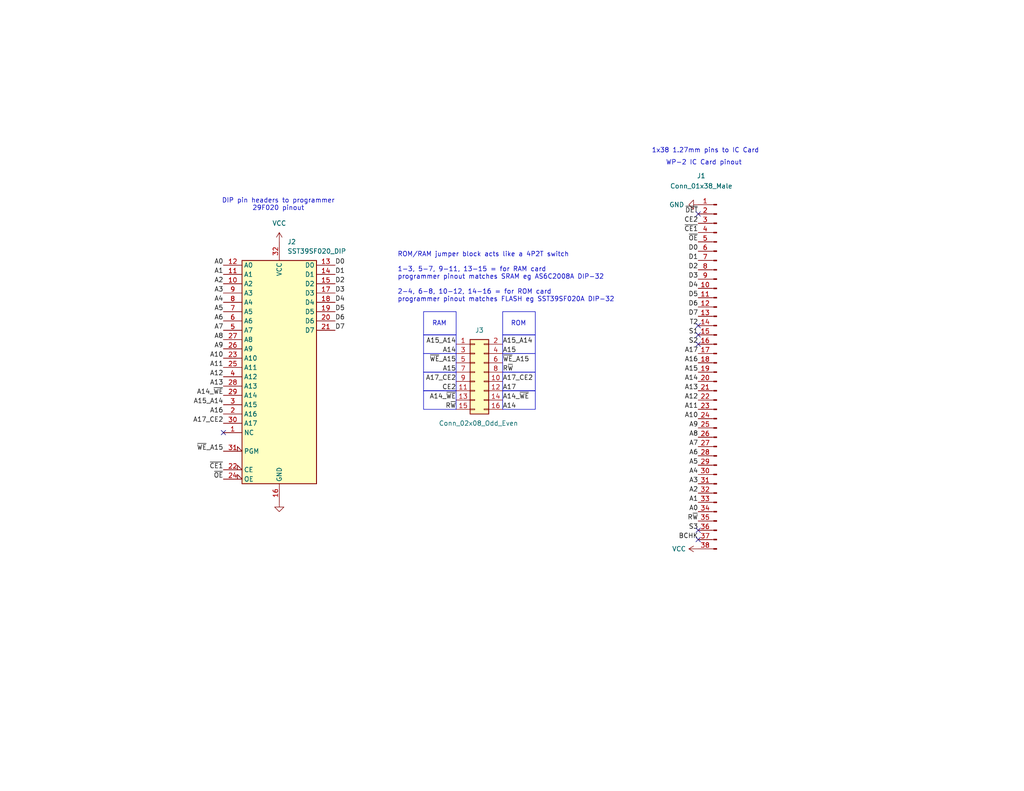
<source format=kicad_sch>
(kicad_sch (version 20231120) (generator "eeschema") (generator_version "8.0")
  (paper "USLetter")
  (title_block (title "TANDY WP-2 IC Card Programming Adapter") (date "2022-11-29") (rev "005") (company "Brian K. White - b.kenyon.w@gmail.com"))
  (lib_symbols
    (symbol "000_LOCAL:Conn_01x38_Male" (pin_names (offset 1.016) hide)
      (property "Reference" "J" (at 0 48.26 0))
      (property "Value" "Conn_01x38_Male" (at 0 -50.8 0))
      (symbol "Conn_01x38_Male_1_1"
        (polyline (pts (xy 1.27 -48.26) (xy 0.8636 -48.26)) (stroke (width 0.1524)))
        (polyline (pts (xy 1.27 -45.72) (xy 0.8636 -45.72)) (stroke (width 0.1524)))
        (polyline (pts (xy 1.27 -43.18) (xy 0.8636 -43.18)) (stroke (width 0.1524)))
        (polyline (pts (xy 1.27 -40.64) (xy 0.8636 -40.64)) (stroke (width 0.1524)))
        (polyline (pts (xy 1.27 -38.1) (xy 0.8636 -38.1)) (stroke (width 0.1524)))
        (polyline (pts (xy 1.27 -35.56) (xy 0.8636 -35.56)) (stroke (width 0.1524)))
        (polyline (pts (xy 1.27 -33.02) (xy 0.8636 -33.02)) (stroke (width 0.1524)))
        (polyline (pts (xy 1.27 -30.48) (xy 0.8636 -30.48)) (stroke (width 0.1524)))
        (polyline (pts (xy 1.27 -27.94) (xy 0.8636 -27.94)) (stroke (width 0.1524)))
        (polyline (pts (xy 1.27 -25.4) (xy 0.8636 -25.4)) (stroke (width 0.1524)))
        (polyline (pts (xy 1.27 -22.86) (xy 0.8636 -22.86)) (stroke (width 0.1524)))
        (polyline (pts (xy 1.27 -20.32) (xy 0.8636 -20.32)) (stroke (width 0.1524)))
        (polyline (pts (xy 1.27 -17.78) (xy 0.8636 -17.78)) (stroke (width 0.1524)))
        (polyline (pts (xy 1.27 -15.24) (xy 0.8636 -15.24)) (stroke (width 0.1524)))
        (polyline (pts (xy 1.27 -12.7) (xy 0.8636 -12.7)) (stroke (width 0.1524)))
        (polyline (pts (xy 1.27 -10.16) (xy 0.8636 -10.16)) (stroke (width 0.1524)))
        (polyline (pts (xy 1.27 -7.62) (xy 0.8636 -7.62)) (stroke (width 0.1524)))
        (polyline (pts (xy 1.27 -5.08) (xy 0.8636 -5.08)) (stroke (width 0.1524)))
        (polyline (pts (xy 1.27 -2.54) (xy 0.8636 -2.54)) (stroke (width 0.1524)))
        (polyline (pts (xy 1.27 0) (xy 0.8636 0)) (stroke (width 0.1524)))
        (polyline (pts (xy 1.27 2.54) (xy 0.8636 2.54)) (stroke (width 0.1524)))
        (polyline (pts (xy 1.27 5.08) (xy 0.8636 5.08)) (stroke (width 0.1524)))
        (polyline (pts (xy 1.27 7.62) (xy 0.8636 7.62)) (stroke (width 0.1524)))
        (polyline (pts (xy 1.27 10.16) (xy 0.8636 10.16)) (stroke (width 0.1524)))
        (polyline (pts (xy 1.27 12.7) (xy 0.8636 12.7)) (stroke (width 0.1524)))
        (polyline (pts (xy 1.27 15.24) (xy 0.8636 15.24)) (stroke (width 0.1524)))
        (polyline (pts (xy 1.27 17.78) (xy 0.8636 17.78)) (stroke (width 0.1524)))
        (polyline (pts (xy 1.27 20.32) (xy 0.8636 20.32)) (stroke (width 0.1524)))
        (polyline (pts (xy 1.27 22.86) (xy 0.8636 22.86)) (stroke (width 0.1524)))
        (polyline (pts (xy 1.27 25.4) (xy 0.8636 25.4)) (stroke (width 0.1524)))
        (polyline (pts (xy 1.27 27.94) (xy 0.8636 27.94)) (stroke (width 0.1524)))
        (polyline (pts (xy 1.27 30.48) (xy 0.8636 30.48)) (stroke (width 0.1524)))
        (polyline (pts (xy 1.27 33.02) (xy 0.8636 33.02)) (stroke (width 0.1524)))
        (polyline (pts (xy 1.27 35.56) (xy 0.8636 35.56)) (stroke (width 0.1524)))
        (polyline (pts (xy 1.27 38.1) (xy 0.8636 38.1)) (stroke (width 0.1524)))
        (polyline (pts (xy 1.27 40.64) (xy 0.8636 40.64)) (stroke (width 0.1524)))
        (polyline (pts (xy 1.27 43.18) (xy 0.8636 43.18)) (stroke (width 0.1524)))
        (polyline (pts (xy 1.27 45.72) (xy 0.8636 45.72)) (stroke (width 0.1524)))
        (rectangle (start 0.8636 -48.133) (end 0 -48.387) (stroke (width 0.1524)) (fill (type outline)))
        (rectangle (start 0.8636 -45.593) (end 0 -45.847) (stroke (width 0.1524)) (fill (type outline)))
        (rectangle (start 0.8636 -43.053) (end 0 -43.307) (stroke (width 0.1524)) (fill (type outline)))
        (rectangle (start 0.8636 -40.513) (end 0 -40.767) (stroke (width 0.1524)) (fill (type outline)))
        (rectangle (start 0.8636 -37.973) (end 0 -38.227) (stroke (width 0.1524)) (fill (type outline)))
        (rectangle (start 0.8636 -35.433) (end 0 -35.687) (stroke (width 0.1524)) (fill (type outline)))
        (rectangle (start 0.8636 -32.893) (end 0 -33.147) (stroke (width 0.1524)) (fill (type outline)))
        (rectangle (start 0.8636 -30.353) (end 0 -30.607) (stroke (width 0.1524)) (fill (type outline)))
        (rectangle (start 0.8636 -27.813) (end 0 -28.067) (stroke (width 0.1524)) (fill (type outline)))
        (rectangle (start 0.8636 -25.273) (end 0 -25.527) (stroke (width 0.1524)) (fill (type outline)))
        (rectangle (start 0.8636 -22.733) (end 0 -22.987) (stroke (width 0.1524)) (fill (type outline)))
        (rectangle (start 0.8636 -20.193) (end 0 -20.447) (stroke (width 0.1524)) (fill (type outline)))
        (rectangle (start 0.8636 -17.653) (end 0 -17.907) (stroke (width 0.1524)) (fill (type outline)))
        (rectangle (start 0.8636 -15.113) (end 0 -15.367) (stroke (width 0.1524)) (fill (type outline)))
        (rectangle (start 0.8636 -12.573) (end 0 -12.827) (stroke (width 0.1524)) (fill (type outline)))
        (rectangle (start 0.8636 -10.033) (end 0 -10.287) (stroke (width 0.1524)) (fill (type outline)))
        (rectangle (start 0.8636 -7.493) (end 0 -7.747) (stroke (width 0.1524)) (fill (type outline)))
        (rectangle (start 0.8636 -4.953) (end 0 -5.207) (stroke (width 0.1524)) (fill (type outline)))
        (rectangle (start 0.8636 -2.413) (end 0 -2.667) (stroke (width 0.1524)) (fill (type outline)))
        (rectangle (start 0.8636 0.127) (end 0 -0.127) (stroke (width 0.1524)) (fill (type outline)))
        (rectangle (start 0.8636 2.667) (end 0 2.413) (stroke (width 0.1524)) (fill (type outline)))
        (rectangle (start 0.8636 5.207) (end 0 4.953) (stroke (width 0.1524)) (fill (type outline)))
        (rectangle (start 0.8636 7.747) (end 0 7.493) (stroke (width 0.1524)) (fill (type outline)))
        (rectangle (start 0.8636 10.287) (end 0 10.033) (stroke (width 0.1524)) (fill (type outline)))
        (rectangle (start 0.8636 12.827) (end 0 12.573) (stroke (width 0.1524)) (fill (type outline)))
        (rectangle (start 0.8636 15.367) (end 0 15.113) (stroke (width 0.1524)) (fill (type outline)))
        (rectangle (start 0.8636 17.907) (end 0 17.653) (stroke (width 0.1524)) (fill (type outline)))
        (rectangle (start 0.8636 20.447) (end 0 20.193) (stroke (width 0.1524)) (fill (type outline)))
        (rectangle (start 0.8636 22.987) (end 0 22.733) (stroke (width 0.1524)) (fill (type outline)))
        (rectangle (start 0.8636 25.527) (end 0 25.273) (stroke (width 0.1524)) (fill (type outline)))
        (rectangle (start 0.8636 28.067) (end 0 27.813) (stroke (width 0.1524)) (fill (type outline)))
        (rectangle (start 0.8636 30.607) (end 0 30.353) (stroke (width 0.1524)) (fill (type outline)))
        (rectangle (start 0.8636 33.147) (end 0 32.893) (stroke (width 0.1524)) (fill (type outline)))
        (rectangle (start 0.8636 35.687) (end 0 35.433) (stroke (width 0.1524)) (fill (type outline)))
        (rectangle (start 0.8636 38.227) (end 0 37.973) (stroke (width 0.1524)) (fill (type outline)))
        (rectangle (start 0.8636 40.767) (end 0 40.513) (stroke (width 0.1524)) (fill (type outline)))
        (rectangle (start 0.8636 43.307) (end 0 43.053) (stroke (width 0.1524)) (fill (type outline)))
        (rectangle (start 0.8636 45.847) (end 0 45.593) (stroke (width 0.1524)) (fill (type outline)))
        (pin passive line (at 5.08 45.72 180) (length 3.81) (name "Pin_1") (number "1"))
        (pin passive line (at 5.08 22.86 180) (length 3.81) (name "Pin_10") (number "10"))
        (pin passive line (at 5.08 20.32 180) (length 3.81) (name "Pin_11") (number "11"))
        (pin passive line (at 5.08 17.78 180) (length 3.81) (name "Pin_12") (number "12"))
        (pin passive line (at 5.08 15.24 180) (length 3.81) (name "Pin_13") (number "13"))
        (pin passive line (at 5.08 12.7 180) (length 3.81) (name "Pin_14") (number "14"))
        (pin passive line (at 5.08 10.16 180) (length 3.81) (name "Pin_15") (number "15"))
        (pin passive line (at 5.08 7.62 180) (length 3.81) (name "Pin_16") (number "16"))
        (pin passive line (at 5.08 5.08 180) (length 3.81) (name "Pin_17") (number "17"))
        (pin passive line (at 5.08 2.54 180) (length 3.81) (name "Pin_18") (number "18"))
        (pin passive line (at 5.08 0 180) (length 3.81) (name "Pin_19") (number "19"))
        (pin passive line (at 5.08 43.18 180) (length 3.81) (name "Pin_2") (number "2"))
        (pin passive line (at 5.08 -2.54 180) (length 3.81) (name "Pin_20") (number "20"))
        (pin passive line (at 5.08 -5.08 180) (length 3.81) (name "Pin_21") (number "21"))
        (pin passive line (at 5.08 -7.62 180) (length 3.81) (name "Pin_22") (number "22"))
        (pin passive line (at 5.08 -10.16 180) (length 3.81) (name "Pin_23") (number "23"))
        (pin passive line (at 5.08 -12.7 180) (length 3.81) (name "Pin_24") (number "24"))
        (pin passive line (at 5.08 -15.24 180) (length 3.81) (name "Pin_25") (number "25"))
        (pin passive line (at 5.08 -17.78 180) (length 3.81) (name "Pin_26") (number "26"))
        (pin passive line (at 5.08 -20.32 180) (length 3.81) (name "Pin_27") (number "27"))
        (pin passive line (at 5.08 -22.86 180) (length 3.81) (name "Pin_28") (number "28"))
        (pin passive line (at 5.08 -25.4 180) (length 3.81) (name "Pin_29") (number "29"))
        (pin passive line (at 5.08 40.64 180) (length 3.81) (name "Pin_3") (number "3"))
        (pin passive line (at 5.08 -27.94 180) (length 3.81) (name "Pin_30") (number "30"))
        (pin passive line (at 5.08 -30.48 180) (length 3.81) (name "Pin_31") (number "31"))
        (pin passive line (at 5.08 -33.02 180) (length 3.81) (name "Pin_32") (number "32"))
        (pin passive line (at 5.08 -35.56 180) (length 3.81) (name "Pin_33") (number "33"))
        (pin passive line (at 5.08 -38.1 180) (length 3.81) (name "Pin_34") (number "34"))
        (pin passive line (at 5.08 -40.64 180) (length 3.81) (name "Pin_35") (number "35"))
        (pin passive line (at 5.08 -43.18 180) (length 3.81) (name "Pin_36") (number "36"))
        (pin passive line (at 5.08 -45.72 180) (length 3.81) (name "Pin_37") (number "37"))
        (pin passive line (at 5.08 -48.26 180) (length 3.81) (name "Pin_38") (number "38"))
        (pin passive line (at 5.08 38.1 180) (length 3.81) (name "Pin_4") (number "4"))
        (pin passive line (at 5.08 35.56 180) (length 3.81) (name "Pin_5") (number "5"))
        (pin passive line (at 5.08 33.02 180) (length 3.81) (name "Pin_6") (number "6"))
        (pin passive line (at 5.08 30.48 180) (length 3.81) (name "Pin_7") (number "7"))
        (pin passive line (at 5.08 27.94 180) (length 3.81) (name "Pin_8") (number "8"))
        (pin passive line (at 5.08 25.4 180) (length 3.81) (name "Pin_9") (number "9"))
      )
    )
    (symbol "000_LOCAL:Conn_02x08_Odd_Even" (pin_names (offset 1.016) hide)
      (property "Reference" "J" (at 1.27 10.16 0))
      (property "Value" "Conn_02x08_Odd_Even" (at 1.27 -12.7 0))
      (symbol "Conn_02x08_Odd_Even_1_1"
        (rectangle (start -1.27 -10.033) (end 0 -10.287) (stroke (width 0.1524)))
        (rectangle (start -1.27 -7.493) (end 0 -7.747) (stroke (width 0.1524)))
        (rectangle (start -1.27 -4.953) (end 0 -5.207) (stroke (width 0.1524)))
        (rectangle (start -1.27 -2.413) (end 0 -2.667) (stroke (width 0.1524)))
        (rectangle (start -1.27 0.127) (end 0 -0.127) (stroke (width 0.1524)))
        (rectangle (start -1.27 2.667) (end 0 2.413) (stroke (width 0.1524)))
        (rectangle (start -1.27 5.207) (end 0 4.953) (stroke (width 0.1524)))
        (rectangle (start -1.27 7.747) (end 0 7.493) (stroke (width 0.1524)))
        (rectangle (start -1.27 8.89) (end 3.81 -11.43) (stroke (width 0.254)) (fill (type background)))
        (rectangle (start 3.81 -10.033) (end 2.54 -10.287) (stroke (width 0.1524)))
        (rectangle (start 3.81 -7.493) (end 2.54 -7.747) (stroke (width 0.1524)))
        (rectangle (start 3.81 -4.953) (end 2.54 -5.207) (stroke (width 0.1524)))
        (rectangle (start 3.81 -2.413) (end 2.54 -2.667) (stroke (width 0.1524)))
        (rectangle (start 3.81 0.127) (end 2.54 -0.127) (stroke (width 0.1524)))
        (rectangle (start 3.81 2.667) (end 2.54 2.413) (stroke (width 0.1524)))
        (rectangle (start 3.81 5.207) (end 2.54 4.953) (stroke (width 0.1524)))
        (rectangle (start 3.81 7.747) (end 2.54 7.493) (stroke (width 0.1524)))
        (pin passive line (at -5.08 7.62 0) (length 3.81) (name "Pin_1") (number "1"))
        (pin passive line (at 7.62 -2.54 180) (length 3.81) (name "Pin_10") (number "10"))
        (pin passive line (at -5.08 -5.08 0) (length 3.81) (name "Pin_11") (number "11"))
        (pin passive line (at 7.62 -5.08 180) (length 3.81) (name "Pin_12") (number "12"))
        (pin passive line (at -5.08 -7.62 0) (length 3.81) (name "Pin_13") (number "13"))
        (pin passive line (at 7.62 -7.62 180) (length 3.81) (name "Pin_14") (number "14"))
        (pin passive line (at -5.08 -10.16 0) (length 3.81) (name "Pin_15") (number "15"))
        (pin passive line (at 7.62 -10.16 180) (length 3.81) (name "Pin_16") (number "16"))
        (pin passive line (at 7.62 7.62 180) (length 3.81) (name "Pin_2") (number "2"))
        (pin passive line (at -5.08 5.08 0) (length 3.81) (name "Pin_3") (number "3"))
        (pin passive line (at 7.62 5.08 180) (length 3.81) (name "Pin_4") (number "4"))
        (pin passive line (at -5.08 2.54 0) (length 3.81) (name "Pin_5") (number "5"))
        (pin passive line (at 7.62 2.54 180) (length 3.81) (name "Pin_6") (number "6"))
        (pin passive line (at -5.08 0 0) (length 3.81) (name "Pin_7") (number "7"))
        (pin passive line (at 7.62 0 180) (length 3.81) (name "Pin_8") (number "8"))
        (pin passive line (at -5.08 -2.54 0) (length 3.81) (name "Pin_9") (number "9"))
      )
    )
    (symbol "000_LOCAL:GND" (power) (pin_names (offset 0))
      (property "Value" "GND" (at 0 -3.81 0))
      (symbol "GND_0_1"
        (polyline (pts (xy 0 0) (xy 0 -1.27) (xy 1.27 -1.27) (xy 0 -2.54) (xy -1.27 -1.27) (xy 0 -1.27)))
      )
      (symbol "GND_1_1"
        (pin power_in line (at 0 0 270) (length 0) hide (name "GND") (number "1"))
      )
    )
    (symbol "000_LOCAL:SST39SF020_DIP"
      (property "Reference" "U" (at 2.54 33.02 0))
      (property "Value" "SST39SF020_DIP" (at 0 -30.48 0))
      (symbol "SST39SF020_DIP_0_0"
        (pin power_in line (at 0 -34.29 90) (length 5.08) (name "GND") (number "16"))
        (pin power_in line (at 0 36.83 270) (length 5.08) (name "VCC") (number "32"))
      )
      (symbol "SST39SF020_DIP_0_1"
        (rectangle (start -10.16 31.75) (end 10.16 -29.21) (stroke (width 0.254)) (fill (type background)))
      )
      (symbol "SST39SF020_DIP_1_1"
        (pin input line (at -15.24 -15.24 0) (length 5.08) (name "NC") (number "1"))
        (pin input line (at -15.24 25.4 0) (length 5.08) (name "A2") (number "10"))
        (pin input line (at -15.24 27.94 0) (length 5.08) (name "A1") (number "11"))
        (pin input line (at -15.24 30.48 0) (length 5.08) (name "A0") (number "12"))
        (pin tri_state line (at 15.24 30.48 180) (length 5.08) (name "D0") (number "13"))
        (pin tri_state line (at 15.24 27.94 180) (length 5.08) (name "D1") (number "14"))
        (pin tri_state line (at 15.24 25.4 180) (length 5.08) (name "D2") (number "15"))
        (pin tri_state line (at 15.24 22.86 180) (length 5.08) (name "D3") (number "17"))
        (pin tri_state line (at 15.24 20.32 180) (length 5.08) (name "D4") (number "18"))
        (pin tri_state line (at 15.24 17.78 180) (length 5.08) (name "D5") (number "19"))
        (pin input line (at -15.24 -10.16 0) (length 5.08) (name "A16") (number "2"))
        (pin tri_state line (at 15.24 15.24 180) (length 5.08) (name "D6") (number "20"))
        (pin tri_state line (at 15.24 12.7 180) (length 5.08) (name "D7") (number "21"))
        (pin input input_low (at -15.24 -25.4 0) (length 5.08) (name "CE") (number "22"))
        (pin input line (at -15.24 5.08 0) (length 5.08) (name "A10") (number "23"))
        (pin input input_low (at -15.24 -27.94 0) (length 5.08) (name "OE") (number "24"))
        (pin input line (at -15.24 2.54 0) (length 5.08) (name "A11") (number "25"))
        (pin input line (at -15.24 7.62 0) (length 5.08) (name "A9") (number "26"))
        (pin input line (at -15.24 10.16 0) (length 5.08) (name "A8") (number "27"))
        (pin input line (at -15.24 -2.54 0) (length 5.08) (name "A13") (number "28"))
        (pin input line (at -15.24 -5.08 0) (length 5.08) (name "A14") (number "29"))
        (pin input line (at -15.24 -7.62 0) (length 5.08) (name "A15") (number "3"))
        (pin input line (at -15.24 -12.7 0) (length 5.08) (name "A17") (number "30"))
        (pin input input_low (at -15.24 -20.32 0) (length 5.08) (name "PGM") (number "31"))
        (pin input line (at -15.24 0 0) (length 5.08) (name "A12") (number "4"))
        (pin input line (at -15.24 12.7 0) (length 5.08) (name "A7") (number "5"))
        (pin input line (at -15.24 15.24 0) (length 5.08) (name "A6") (number "6"))
        (pin input line (at -15.24 17.78 0) (length 5.08) (name "A5") (number "7"))
        (pin input line (at -15.24 20.32 0) (length 5.08) (name "A4") (number "8"))
        (pin input line (at -15.24 22.86 0) (length 5.08) (name "A3") (number "9"))
      )
    )
    (symbol "000_LOCAL:VCC" (power) (pin_names (offset 0))
      (property "Value" "VCC" (at 0 3.81 0))
      (symbol "VCC_0_1"
        (polyline (pts (xy -0.762 1.27) (xy 0 2.54)))
        (polyline (pts (xy 0 0) (xy 0 2.54)))
        (polyline (pts (xy 0 2.54) (xy 0.762 1.27)))
      )
      (symbol "VCC_1_1"
        (pin power_in line (at 0 0 90) (length 0) hide (name "VCC") (number "1"))
      )
    )
    (symbol "power:GND" (power) (pin_names (offset 0))
      (property "Value" "GND" (at 0 -3.81 0))
      (symbol "GND_0_1"
        (polyline (pts (xy 0 0) (xy 0 -1.27) (xy 1.27 -1.27) (xy 0 -2.54) (xy -1.27 -1.27) (xy 0 -1.27)))
      )
      (symbol "GND_1_1"
        (pin power_in line (at 0 0 270) (length 0) hide (name "GND") (number "1"))
      )
    )
  )
  (no_connect (at 190.5 144.78))
  (no_connect (at 60.96 118.11))
  (no_connect (at 190.5 88.9))
  (no_connect (at 190.5 147.32))
  (no_connect (at 190.5 93.98))
  (no_connect (at 190.5 58.42))
  (no_connect (at 190.5 91.44))
  (rectangle (start 137.16 101.6) (end 146.05 106.68))
  (rectangle (start 115.57 101.6) (end 124.46 106.68))
  (rectangle (start 115.57 96.52) (end 124.46 101.6))
  (rectangle (start 137.16 96.52) (end 146.05 101.6))
  (rectangle (start 115.57 91.44) (end 124.46 96.52))
  (rectangle (start 137.16 106.68) (end 146.05 111.76))
  (rectangle (start 115.57 106.68) (end 124.46 111.76))
  (rectangle (start 115.57 85.09) (end 124.46 91.44))
  (rectangle (start 137.16 91.44) (end 146.05 96.52))
  (rectangle (start 137.16 85.09) (end 146.05 91.44))
  (text "WP-2 IC Card pinout" (at 202.438 45.212 0) (effects (font (size 1.27 1.27)) (justify right bottom)))
  (text "DIP pin headers to programmer\n29F020 pinout\n" (at 75.946 57.658 0) (effects (font (size 1.27 1.27)) (justify bottom)))
  (text "ROM/RAM jumper block acts like a 4P2T switch\n\n1-3, 5-7, 9-11, 13-15 = for RAM card\nprogrammer pinout matches SRAM eg AS6C2008A DIP-32\n\n2-4, 6-8, 10-12, 14-16 = for ROM card\nprogrammer pinout matches FLASH eg SST39SF020A DIP-32\n" (at 108.458 82.55 0) (effects (font (size 1.27 1.27)) (justify left bottom)))
  (text "RAM" (at 119.888 88.392 0) (effects (font (size 1.27 1.27))))
  (text "1x38 1.27mm pins to IC Card" (at 177.8 41.91 0) (effects (font (size 1.27 1.27)) (justify left bottom)))
  (text "ROM" (at 141.478 88.392 0) (effects (font (size 1.27 1.27))))
  (label "A3" (at 60.96 80.01 180))
  (label "A14" (at 137.16 111.76 0))
  (label "D7" (at 91.44 90.17 0))
  (label "A7" (at 60.96 90.17 180))
  (label "A15_A14" (at 124.46 93.98 180))
  (label "A16" (at 190.5 99.06 180))
  (label "~{CE1}" (at 60.96 128.27 180))
  (label "D7" (at 190.5 86.36 180))
  (label "A10" (at 190.5 114.3 180))
  (label "~{WE}_A15" (at 137.16 99.06 0))
  (label "D4" (at 190.5 78.74 180))
  (label "A7" (at 190.5 121.92 180))
  (label "A2" (at 190.5 134.62 180))
  (label "D4" (at 91.44 82.55 0))
  (label "A15_A14" (at 60.96 110.49 180))
  (label "A5" (at 60.96 85.09 180))
  (label "D2" (at 190.5 73.66 180))
  (label "D5" (at 91.44 85.09 0))
  (label "CE2" (at 190.5 60.96 180))
  (label "D5" (at 190.5 81.28 180))
  (label "D3" (at 91.44 80.01 0))
  (label "A14_~{WE}" (at 124.46 109.22 180))
  (label "A17_CE2" (at 137.16 104.14 0))
  (label "A9" (at 190.5 116.84 180))
  (label "D1" (at 190.5 71.12 180))
  (label "A17_CE2" (at 124.46 104.14 180))
  (label "A0" (at 190.5 139.7 180))
  (label "A8" (at 60.96 92.71 180))
  (label "A11" (at 60.96 100.33 180))
  (label "D2" (at 91.44 77.47 0))
  (label "BCHK" (at 190.5 147.32 180))
  (label "~{CE1}" (at 190.5 63.5 180))
  (label "CE2" (at 124.46 106.68 180))
  (label "A3" (at 190.5 132.08 180))
  (label "S1" (at 190.5 91.44 180))
  (label "~{OE}" (at 60.96 130.81 180))
  (label "A0" (at 60.96 72.39 180))
  (label "A4" (at 190.5 129.54 180))
  (label "A17" (at 190.5 96.52 180))
  (label "A6" (at 190.5 124.46 180))
  (label "A1" (at 190.5 137.16 180))
  (label "A17" (at 137.16 106.68 0))
  (label "T2" (at 190.5 88.9 180))
  (label "A1" (at 60.96 74.93 180))
  (label "A8" (at 190.5 119.38 180))
  (label "~{DET}" (at 190.5 58.42 180))
  (label "A10" (at 60.96 97.79 180))
  (label "A14" (at 190.5 104.14 180))
  (label "D1" (at 91.44 74.93 0))
  (label "A15" (at 137.16 96.52 0))
  (label "A15" (at 190.5 101.6 180))
  (label "D3" (at 190.5 76.2 180))
  (label "A12" (at 190.5 109.22 180))
  (label "R~{W}" (at 137.16 101.6 0))
  (label "A13" (at 60.96 105.41 180))
  (label "R~{W}" (at 190.5 142.24 180))
  (label "A15" (at 124.46 101.6 180))
  (label "A4" (at 60.96 82.55 180))
  (label "A14" (at 124.46 96.52 180))
  (label "S2" (at 190.5 93.98 180))
  (label "D0" (at 190.5 68.58 180))
  (label "D6" (at 190.5 83.82 180))
  (label "A14_~{WE}" (at 137.16 109.22 0))
  (label "R~{W}" (at 124.46 111.76 180))
  (label "D6" (at 91.44 87.63 0))
  (label "D0" (at 91.44 72.39 0))
  (label "~{WE}_A15" (at 60.96 123.19 180))
  (label "A9" (at 60.96 95.25 180))
  (label "~{WE}_A15" (at 124.46 99.06 180))
  (label "A11" (at 190.5 111.76 180))
  (label "A14_~{WE}" (at 60.96 107.95 180))
  (label "A13" (at 190.5 106.68 180))
  (label "A5" (at 190.5 127 180))
  (label "A15_A14" (at 137.16 93.98 0))
  (label "A17_CE2" (at 60.96 115.57 180))
  (label "A16" (at 60.96 113.03 180))
  (label "A2" (at 60.96 77.47 180))
  (label "S3" (at 190.5 144.78 180))
  (label "A12" (at 60.96 102.87 180))
  (label "~{OE}" (at 190.5 66.04 180))
  (label "A6" (at 60.96 87.63 180))
  (symbol (lib_id "000_LOCAL:Conn_01x38_Male") (at 195.58 101.6 0) (mirror y) (unit 1)
    (property "Reference" "J1" (at 192.532 48.006 0) (effects (justify left)))
    (property "Value" "Conn_01x38_Male" (at 199.898 50.8 0) (effects (justify left)))
    (property "Footprint" "000_LOCAL:TMS-138-01-x-x_pcb_edge" (effects (hide yes)))
  )
  (symbol (lib_id "power:GND") (at 190.5 55.88 270) (unit 1)
    (property "Reference" "#PWR0102" (effects (hide yes)))
    (property "Value" "GND" (at 186.69 55.88 90) (effects (justify right)))
  )
  (symbol (lib_id "000_LOCAL:Conn_02x08_Odd_Even") (at 129.54 101.6 0) (unit 1)
    (property "Reference" "J3" (at 130.81 90.17 0))
    (property "Value" "Conn_02x08_Odd_Even" (at 130.556 115.57 0))
    (property "Footprint" "000_LOCAL:2x8_jumper_block" (effects (hide yes)))
  )
  (symbol (lib_id "000_LOCAL:VCC") (at 190.5 149.86 90) (unit 1)
    (property "Reference" "#PWR03" (effects (hide yes)))
    (property "Value" "VCC" (at 187.198 149.86 90) (effects (justify left)))
    (property "Description" "Power symbol creates a global label with name \"VCC\"" (effects (hide yes)))
  )
  (symbol (lib_id "000_LOCAL:VCC") (at 76.2 66.04 0) (unit 1)
    (property "Reference" "#PWR01" (effects (hide yes)))
    (property "Value" "VCC" (at 76.2 60.96 0))
    (property "Description" "Power symbol creates a global label with name \"VCC\"" (effects (hide yes)))
  )
  (symbol (lib_id "000_LOCAL:SST39SF020_DIP") (at 76.2 102.87 0) (unit 1)
    (property "Reference" "J2" (at 78.3941 66.04 0) (effects (justify left)))
    (property "Value" "SST39SF020_DIP" (at 78.3941 68.58 0) (effects (justify left)))
    (property "Footprint" "000_LOCAL:2x16x600" (effects (hide yes)))
    (property "Datasheet" "datasheets/29F040.pdf" (effects (hide yes)))
    (property "Description" "Silicon Storage Technology (SSF) 256k x 8 Flash ROM" (effects (hide yes)))
  )
  (symbol (lib_id "000_LOCAL:GND") (at 76.2 137.16 0) (unit 1)
    (property "Reference" "#PWR02" (effects (hide yes)))
    (property "Value" "GND" (effects (hide yes)))
    (property "Description" "Power symbol creates a global label with name \"GND\" , ground" (effects (hide yes)))
  )
)
</source>
